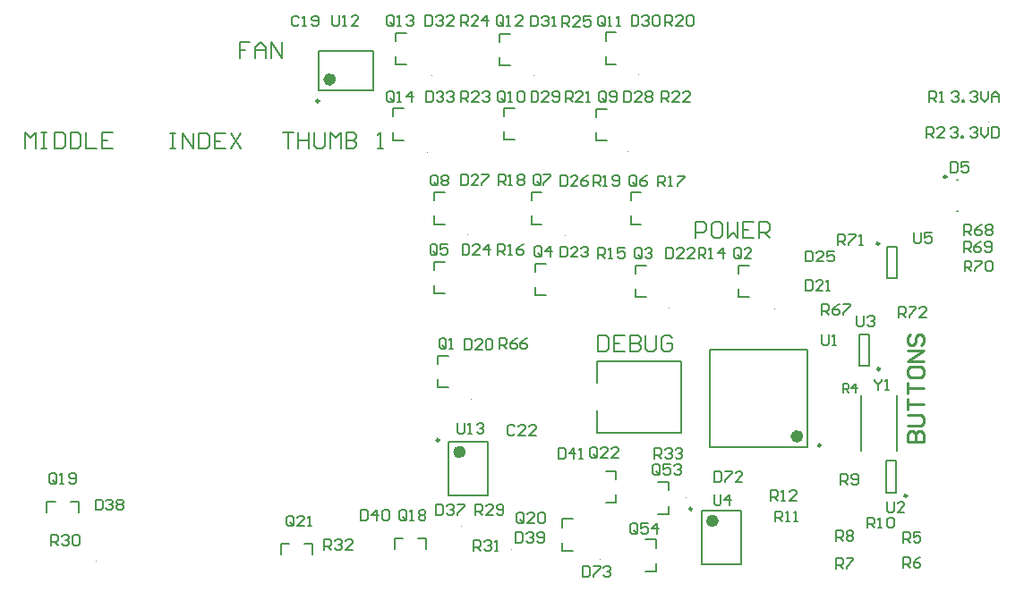
<source format=gbr>
G04 Layer_Color=65535*
%FSLAX44Y44*%
%MOMM*%
%TF.FileFunction,Legend,Top*%
%TF.Part,Single*%
G01*
G75*
%TA.AperFunction,NonConductor*%
%ADD46C,0.1000*%
%ADD47C,0.6000*%
%ADD48C,0.2500*%
%ADD49C,0.2000*%
%ADD50C,0.2540*%
D46*
X738250Y307250D02*
G03*
X738250Y307250I-500J0D01*
G01*
X785750Y285250D02*
G03*
X785750Y285250I-500J0D01*
G01*
X830750Y322000D02*
G03*
X830750Y322000I-500J0D01*
G01*
X642000Y264500D02*
G03*
X642000Y264500I-500J0D01*
G01*
X1035000Y513250D02*
G03*
X1035000Y513250I-500J0D01*
G01*
X748500Y427750D02*
G03*
X748500Y427750I-500J0D01*
G01*
X935000Y513500D02*
G03*
X935000Y513500I-500J0D01*
G01*
X839250Y514250D02*
G03*
X839250Y514250I-500J0D01*
G01*
X747000Y516750D02*
G03*
X747000Y516750I-500J0D01*
G01*
X1083250Y575250D02*
G03*
X1083250Y575250I-500J0D01*
G01*
X836500Y582250D02*
G03*
X836500Y582250I-500J0D01*
G01*
X744750Y583250D02*
G03*
X744750Y583250I-500J0D01*
G01*
X896000Y662000D02*
G03*
X896000Y662000I-500J0D01*
G01*
X809250Y662500D02*
G03*
X809250Y662500I-500J0D01*
G01*
X906750Y735000D02*
G03*
X906750Y735000I-500J0D01*
G01*
X807000Y733500D02*
G03*
X807000Y733500I-500J0D01*
G01*
X710500D02*
G03*
X710500Y733500I-500J0D01*
G01*
X706000Y661000D02*
G03*
X706000Y661000I-500J0D01*
G01*
X951000Y334250D02*
G03*
X951000Y334250I-500J0D01*
G01*
X1237121Y656379D02*
G03*
X1237121Y656379I-500J0D01*
G01*
X1237371Y690129D02*
G03*
X1237371Y690129I-500J0D01*
G01*
X869500Y275750D02*
G03*
X869500Y275750I-500J0D01*
G01*
X393000Y273750D02*
G03*
X393000Y273750I-500J0D01*
G01*
D47*
X616750Y730250D02*
G03*
X616750Y730250I-3000J0D01*
G01*
X1058750Y392250D02*
G03*
X1058750Y392250I-3000J0D01*
G01*
X978750Y312250D02*
G03*
X978750Y312250I-3000J0D01*
G01*
X739500Y377500D02*
G03*
X739500Y377500I-3000J0D01*
G01*
D48*
X603700Y709750D02*
G03*
X603700Y709750I-1250J0D01*
G01*
X1197250Y638000D02*
G03*
X1197250Y638000I-1250J0D01*
G01*
X1078250Y383750D02*
G03*
X1078250Y383750I-1250J0D01*
G01*
X956500Y323550D02*
G03*
X956500Y323550I-1250J0D01*
G01*
X1159750Y336000D02*
G03*
X1159750Y336000I-1250J0D01*
G01*
X1134250Y456000D02*
G03*
X1134250Y456000I-1250J0D01*
G01*
X1133500Y574750D02*
G03*
X1133500Y574750I-1250J0D01*
G01*
X717250Y388800D02*
G03*
X717250Y388800I-1250J0D01*
G01*
D49*
X567750Y280250D02*
Y290250D01*
X575500D01*
X597750Y280250D02*
Y290250D01*
X590000D02*
X597750D01*
X654750Y720250D02*
Y757250D01*
X603750Y720250D02*
Y757250D01*
X654750D01*
X603750Y720250D02*
X654750D01*
X716250Y438500D02*
X726250D01*
X716250D02*
Y446250D01*
Y468500D02*
X726250D01*
X716250Y460750D02*
Y468500D01*
X1000750Y546250D02*
Y554000D01*
X1010750D01*
X1000750Y524000D02*
Y531750D01*
Y524000D02*
X1010750D01*
X903000D02*
X913000D01*
X903000D02*
Y531750D01*
Y554000D02*
X913000D01*
X903000Y546250D02*
Y554000D01*
X808250Y548000D02*
Y555750D01*
X818250D01*
X808250Y525750D02*
Y533500D01*
Y525750D02*
X818250D01*
X712750Y527500D02*
X722750D01*
X712750D02*
Y535250D01*
Y557500D02*
X722750D01*
X712750Y549750D02*
Y557500D01*
X898500Y615500D02*
Y623250D01*
X908500D01*
X898500Y593250D02*
Y601000D01*
Y593250D02*
X908500D01*
X712750Y615500D02*
Y623250D01*
X722750D01*
X712750Y593250D02*
Y601000D01*
Y593250D02*
X722750D01*
X865750Y672250D02*
X875750D01*
X865750D02*
Y680000D01*
Y702250D02*
X875750D01*
X865750Y694500D02*
Y702250D01*
X778500Y695250D02*
Y703000D01*
X788500D01*
X778500Y673000D02*
Y680750D01*
Y673000D02*
X788500D01*
X874750Y744500D02*
X884750D01*
X874750D02*
Y752250D01*
Y774500D02*
X884750D01*
X874750Y766750D02*
Y774500D01*
X774750Y765750D02*
Y773500D01*
X784750D01*
X774750Y743500D02*
Y751250D01*
Y743500D02*
X784750D01*
X676500Y744250D02*
X686500D01*
X676500D02*
Y752000D01*
Y774250D02*
X686500D01*
X676500Y766500D02*
Y774250D01*
X673500Y695000D02*
Y702750D01*
X683500D01*
X673500Y672750D02*
Y680500D01*
Y672750D02*
X683500D01*
X697500Y295750D02*
X705250D01*
Y285750D02*
Y295750D01*
X675250D02*
X683000D01*
X675250Y285750D02*
Y295750D01*
X346250Y320250D02*
Y330250D01*
X354000D01*
X376250Y320250D02*
Y330250D01*
X368500D02*
X376250D01*
X833750Y306250D02*
Y314000D01*
X843750D01*
X833750Y284000D02*
Y291750D01*
Y284000D02*
X843750D01*
X924500Y348750D02*
X934500D01*
Y341000D02*
Y348750D01*
X924500Y318750D02*
X934500D01*
Y326500D01*
X922500Y264500D02*
Y272250D01*
X912500Y264500D02*
X922500D01*
Y286750D02*
Y294500D01*
X912500D02*
X922500D01*
X1207000Y605500D02*
X1208000D01*
X1207000Y635500D02*
X1208000D01*
X1065750Y382250D02*
Y474250D01*
X973750Y382250D02*
Y474250D01*
Y382250D02*
X1065750D01*
X973750Y474250D02*
X1065750D01*
X1116500Y378750D02*
Y430750D01*
X1150500Y378750D02*
Y430750D01*
X965750Y271250D02*
X1002750D01*
X965750Y322250D02*
X1002750D01*
Y271250D02*
Y322250D01*
X965750Y271250D02*
Y322250D01*
X1140500Y339000D02*
Y369000D01*
X1149500Y339000D02*
Y369000D01*
X1140500D02*
X1149500D01*
X1140500Y339000D02*
X1149500D01*
X1115000Y459000D02*
Y489000D01*
X1124000Y459000D02*
Y489000D01*
X1115000D02*
X1124000D01*
X1115000Y459000D02*
X1124000D01*
X866250Y395750D02*
X946250D01*
X866250Y463750D02*
X946250D01*
X866250Y442750D02*
Y463750D01*
Y395750D02*
Y416750D01*
X946250Y395750D02*
Y463750D01*
X1141250Y571750D02*
X1150250D01*
X1141250Y541750D02*
X1150250D01*
X1141250D02*
Y571750D01*
X1150250Y541750D02*
Y571750D01*
X884750Y329500D02*
Y337250D01*
X874750Y329500D02*
X884750D01*
Y351750D02*
Y359500D01*
X874750D02*
X884750D01*
X804500Y593250D02*
X814500D01*
X804500D02*
Y601000D01*
Y623250D02*
X814500D01*
X804500Y615500D02*
Y623250D01*
X726500Y336500D02*
X763500D01*
X726500Y387500D02*
X763500D01*
Y336500D02*
Y387500D01*
X726500Y336500D02*
Y387500D01*
X1214250Y548500D02*
Y558497D01*
X1219248D01*
X1220915Y556831D01*
Y553498D01*
X1219248Y551832D01*
X1214250D01*
X1217582D02*
X1220915Y548500D01*
X1224247Y558497D02*
X1230911D01*
Y556831D01*
X1224247Y550166D01*
Y548500D01*
X1234244Y556831D02*
X1235910Y558497D01*
X1239242D01*
X1240908Y556831D01*
Y550166D01*
X1239242Y548500D01*
X1235910D01*
X1234244Y550166D01*
Y556831D01*
X1213500Y566750D02*
Y576747D01*
X1218498D01*
X1220164Y575081D01*
Y571748D01*
X1218498Y570082D01*
X1213500D01*
X1216832D02*
X1220164Y566750D01*
X1230161Y576747D02*
X1226829Y575081D01*
X1223497Y571748D01*
Y568416D01*
X1225163Y566750D01*
X1228495D01*
X1230161Y568416D01*
Y570082D01*
X1228495Y571748D01*
X1223497D01*
X1233494Y568416D02*
X1235160Y566750D01*
X1238492D01*
X1240158Y568416D01*
Y575081D01*
X1238492Y576747D01*
X1235160D01*
X1233494Y575081D01*
Y573414D01*
X1235160Y571748D01*
X1240158D01*
X1214000Y582750D02*
Y592747D01*
X1218998D01*
X1220665Y591081D01*
Y587748D01*
X1218998Y586082D01*
X1214000D01*
X1217332D02*
X1220665Y582750D01*
X1230661Y592747D02*
X1227329Y591081D01*
X1223997Y587748D01*
Y584416D01*
X1225663Y582750D01*
X1228995D01*
X1230661Y584416D01*
Y586082D01*
X1228995Y587748D01*
X1223997D01*
X1233994Y591081D02*
X1235660Y592747D01*
X1238992D01*
X1240658Y591081D01*
Y589414D01*
X1238992Y587748D01*
X1240658Y586082D01*
Y584416D01*
X1238992Y582750D01*
X1235660D01*
X1233994Y584416D01*
Y586082D01*
X1235660Y587748D01*
X1233994Y589414D01*
Y591081D01*
X1235660Y587748D02*
X1238992D01*
X569250Y679995D02*
X579247D01*
X574248D01*
Y665000D01*
X584245Y679995D02*
Y665000D01*
Y672498D01*
X594242D01*
Y679995D01*
Y665000D01*
X599240Y679995D02*
Y667499D01*
X601740Y665000D01*
X606738D01*
X609237Y667499D01*
Y679995D01*
X614235Y665000D02*
Y679995D01*
X619234Y674997D01*
X624232Y679995D01*
Y665000D01*
X629231Y679995D02*
Y665000D01*
X636728D01*
X639227Y667499D01*
Y669998D01*
X636728Y672498D01*
X629231D01*
X636728D01*
X639227Y674997D01*
Y677496D01*
X636728Y679995D01*
X629231D01*
X659221Y665000D02*
X664219D01*
X661720D01*
Y679995D01*
X659221Y677496D01*
X462500Y679495D02*
X467498D01*
X464999D01*
Y664500D01*
X462500D01*
X467498D01*
X474996D02*
Y679495D01*
X484993Y664500D01*
Y679495D01*
X489991D02*
Y664500D01*
X497489D01*
X499988Y666999D01*
Y676996D01*
X497489Y679495D01*
X489991D01*
X514983D02*
X504986D01*
Y664500D01*
X514983D01*
X504986Y671998D02*
X509985D01*
X519981Y679495D02*
X529978Y664500D01*
Y679495D02*
X519981Y664500D01*
X616000Y790747D02*
Y782416D01*
X617666Y780750D01*
X620998D01*
X622664Y782416D01*
Y790747D01*
X625997Y780750D02*
X629329D01*
X627663D01*
Y790747D01*
X625997Y789081D01*
X640992Y780750D02*
X634327D01*
X640992Y787414D01*
Y789081D01*
X639326Y790747D01*
X635993D01*
X634327Y789081D01*
X538497Y765245D02*
X528500D01*
Y757747D01*
X533498D01*
X528500D01*
Y750250D01*
X543495D02*
Y760247D01*
X548493Y765245D01*
X553492Y760247D01*
Y750250D01*
Y757747D01*
X543495D01*
X558490Y750250D02*
Y765245D01*
X568487Y750250D01*
Y765245D01*
X1079250Y507750D02*
Y517747D01*
X1084248D01*
X1085915Y516081D01*
Y512748D01*
X1084248Y511082D01*
X1079250D01*
X1082582D02*
X1085915Y507750D01*
X1095911Y517747D02*
X1092579Y516081D01*
X1089247Y512748D01*
Y509416D01*
X1090913Y507750D01*
X1094245D01*
X1095911Y509416D01*
Y511082D01*
X1094245Y512748D01*
X1089247D01*
X1099243Y517747D02*
X1105908D01*
Y516081D01*
X1099243Y509416D01*
Y507750D01*
X774250Y475000D02*
Y484997D01*
X779248D01*
X780915Y483331D01*
Y479998D01*
X779248Y478332D01*
X774250D01*
X777582D02*
X780915Y475000D01*
X790911Y484997D02*
X787579Y483331D01*
X784247Y479998D01*
Y476666D01*
X785913Y475000D01*
X789245D01*
X790911Y476666D01*
Y478332D01*
X789245Y479998D01*
X784247D01*
X800908Y484997D02*
X797576Y483331D01*
X794243Y479998D01*
Y476666D01*
X795910Y475000D01*
X799242D01*
X800908Y476666D01*
Y478332D01*
X799242Y479998D01*
X794243D01*
X749750Y284000D02*
Y293997D01*
X754748D01*
X756414Y292331D01*
Y288998D01*
X754748Y287332D01*
X749750D01*
X753082D02*
X756414Y284000D01*
X759747Y292331D02*
X761413Y293997D01*
X764745D01*
X766411Y292331D01*
Y290665D01*
X764745Y288998D01*
X763079D01*
X764745D01*
X766411Y287332D01*
Y285666D01*
X764745Y284000D01*
X761413D01*
X759747Y285666D01*
X769744Y284000D02*
X773076D01*
X771410D01*
Y293997D01*
X769744Y292331D01*
X751500Y317750D02*
Y327747D01*
X756498D01*
X758165Y326081D01*
Y322748D01*
X756498Y321082D01*
X751500D01*
X754832D02*
X758165Y317750D01*
X768161D02*
X761497D01*
X768161Y324414D01*
Y326081D01*
X766495Y327747D01*
X763163D01*
X761497Y326081D01*
X771494Y319416D02*
X773160Y317750D01*
X776492D01*
X778158Y319416D01*
Y326081D01*
X776492Y327747D01*
X773160D01*
X771494Y326081D01*
Y324414D01*
X773160Y322748D01*
X778158D01*
X833750Y780250D02*
Y790247D01*
X838748D01*
X840415Y788581D01*
Y785248D01*
X838748Y783582D01*
X833750D01*
X837082D02*
X840415Y780250D01*
X850411D02*
X843747D01*
X850411Y786915D01*
Y788581D01*
X848745Y790247D01*
X845413D01*
X843747Y788581D01*
X860408Y790247D02*
X853744D01*
Y785248D01*
X857076Y786915D01*
X858742D01*
X860408Y785248D01*
Y781916D01*
X858742Y780250D01*
X855410D01*
X853744Y781916D01*
X737750Y781000D02*
Y790997D01*
X742748D01*
X744415Y789331D01*
Y785998D01*
X742748Y784332D01*
X737750D01*
X741082D02*
X744415Y781000D01*
X754411D02*
X747747D01*
X754411Y787664D01*
Y789331D01*
X752745Y790997D01*
X749413D01*
X747747Y789331D01*
X762742Y781000D02*
Y790997D01*
X757744Y785998D01*
X764408D01*
X836750Y708750D02*
Y718747D01*
X841748D01*
X843415Y717081D01*
Y713748D01*
X841748Y712082D01*
X836750D01*
X840082D02*
X843415Y708750D01*
X853411D02*
X846747D01*
X853411Y715415D01*
Y717081D01*
X851745Y718747D01*
X848413D01*
X846747Y717081D01*
X856743Y708750D02*
X860076D01*
X858410D01*
Y718747D01*
X856743Y717081D01*
X931250Y781250D02*
Y791247D01*
X936248D01*
X937915Y789581D01*
Y786248D01*
X936248Y784582D01*
X931250D01*
X934582D02*
X937915Y781250D01*
X947911D02*
X941247D01*
X947911Y787915D01*
Y789581D01*
X946245Y791247D01*
X942913D01*
X941247Y789581D01*
X951244D02*
X952910Y791247D01*
X956242D01*
X957908Y789581D01*
Y782916D01*
X956242Y781250D01*
X952910D01*
X951244Y782916D01*
Y789581D01*
X863000Y629500D02*
Y639497D01*
X867998D01*
X869665Y637831D01*
Y634498D01*
X867998Y632832D01*
X863000D01*
X866332D02*
X869665Y629500D01*
X872997D02*
X876329D01*
X874663D01*
Y639497D01*
X872997Y637831D01*
X881327Y631166D02*
X882993Y629500D01*
X886326D01*
X887992Y631166D01*
Y637831D01*
X886326Y639497D01*
X882993D01*
X881327Y637831D01*
Y636165D01*
X882993Y634498D01*
X887992D01*
X773250Y630000D02*
Y639997D01*
X778248D01*
X779914Y638331D01*
Y634998D01*
X778248Y633332D01*
X773250D01*
X776582D02*
X779914Y630000D01*
X783247D02*
X786579D01*
X784913D01*
Y639997D01*
X783247Y638331D01*
X791577D02*
X793243Y639997D01*
X796576D01*
X798242Y638331D01*
Y636665D01*
X796576Y634998D01*
X798242Y633332D01*
Y631666D01*
X796576Y630000D01*
X793243D01*
X791577Y631666D01*
Y633332D01*
X793243Y634998D01*
X791577Y636665D01*
Y638331D01*
X793243Y634998D02*
X796576D01*
X924500Y629000D02*
Y638997D01*
X929498D01*
X931164Y637331D01*
Y633998D01*
X929498Y632332D01*
X924500D01*
X927832D02*
X931164Y629000D01*
X934497D02*
X937829D01*
X936163D01*
Y638997D01*
X934497Y637331D01*
X942827Y638997D02*
X949492D01*
Y637331D01*
X942827Y630666D01*
Y629000D01*
X772500Y564000D02*
Y573997D01*
X777498D01*
X779165Y572331D01*
Y568998D01*
X777498Y567332D01*
X772500D01*
X775832D02*
X779165Y564000D01*
X782497D02*
X785829D01*
X784163D01*
Y573997D01*
X782497Y572331D01*
X797492Y573997D02*
X794160Y572331D01*
X790827Y568998D01*
Y565666D01*
X792494Y564000D01*
X795826D01*
X797492Y565666D01*
Y567332D01*
X795826Y568998D01*
X790827D01*
X962750Y560500D02*
Y570497D01*
X967748D01*
X969415Y568831D01*
Y565498D01*
X967748Y563832D01*
X962750D01*
X966082D02*
X969415Y560500D01*
X972747D02*
X976079D01*
X974413D01*
Y570497D01*
X972747Y568831D01*
X986076Y560500D02*
Y570497D01*
X981077Y565498D01*
X987742D01*
X904914Y301666D02*
Y308331D01*
X903248Y309997D01*
X899916D01*
X898250Y308331D01*
Y301666D01*
X899916Y300000D01*
X903248D01*
X901582Y303332D02*
X904914Y300000D01*
X903248D02*
X904914Y301666D01*
X914911Y309997D02*
X908247D01*
Y304998D01*
X911579Y306665D01*
X913245D01*
X914911Y304998D01*
Y301666D01*
X913245Y300000D01*
X909913D01*
X908247Y301666D01*
X923242Y300000D02*
Y309997D01*
X918244Y304998D01*
X924908D01*
X925915Y357416D02*
Y364081D01*
X924248Y365747D01*
X920916D01*
X919250Y364081D01*
Y357416D01*
X920916Y355750D01*
X924248D01*
X922582Y359082D02*
X925915Y355750D01*
X924248D02*
X925915Y357416D01*
X935911Y365747D02*
X929247D01*
Y360748D01*
X932579Y362415D01*
X934245D01*
X935911Y360748D01*
Y357416D01*
X934245Y355750D01*
X930913D01*
X929247Y357416D01*
X939243Y364081D02*
X940910Y365747D01*
X944242D01*
X945908Y364081D01*
Y362415D01*
X944242Y360748D01*
X942576D01*
X944242D01*
X945908Y359082D01*
Y357416D01*
X944242Y355750D01*
X940910D01*
X939243Y357416D01*
X579664Y308916D02*
Y315581D01*
X577998Y317247D01*
X574666D01*
X573000Y315581D01*
Y308916D01*
X574666Y307250D01*
X577998D01*
X576332Y310582D02*
X579664Y307250D01*
X577998D02*
X579664Y308916D01*
X589661Y307250D02*
X582997D01*
X589661Y313915D01*
Y315581D01*
X587995Y317247D01*
X584663D01*
X582997Y315581D01*
X592994Y307250D02*
X596326D01*
X594660D01*
Y317247D01*
X592994Y315581D01*
X853000Y269247D02*
Y259250D01*
X857998D01*
X859665Y260916D01*
Y267581D01*
X857998Y269247D01*
X853000D01*
X862997D02*
X869661D01*
Y267581D01*
X862997Y260916D01*
Y259250D01*
X872994Y267581D02*
X874660Y269247D01*
X877992D01*
X879658Y267581D01*
Y265914D01*
X877992Y264248D01*
X876326D01*
X877992D01*
X879658Y262582D01*
Y260916D01*
X877992Y259250D01*
X874660D01*
X872994Y260916D01*
X977500Y358997D02*
Y349000D01*
X982498D01*
X984165Y350666D01*
Y357331D01*
X982498Y358997D01*
X977500D01*
X987497D02*
X994161D01*
Y357331D01*
X987497Y350666D01*
Y349000D01*
X1004158D02*
X997494D01*
X1004158Y355664D01*
Y357331D01*
X1002492Y358997D01*
X999160D01*
X997494Y357331D01*
X714500Y327497D02*
Y317500D01*
X719498D01*
X721164Y319166D01*
Y325831D01*
X719498Y327497D01*
X714500D01*
X724497Y325831D02*
X726163Y327497D01*
X729495D01*
X731161Y325831D01*
Y324165D01*
X729495Y322498D01*
X727829D01*
X729495D01*
X731161Y320832D01*
Y319166D01*
X729495Y317500D01*
X726163D01*
X724497Y319166D01*
X734494Y327497D02*
X741158D01*
Y325831D01*
X734494Y319166D01*
Y317500D01*
X704750Y718747D02*
Y708750D01*
X709748D01*
X711414Y710416D01*
Y717081D01*
X709748Y718747D01*
X704750D01*
X714747Y717081D02*
X716413Y718747D01*
X719745D01*
X721411Y717081D01*
Y715415D01*
X719745Y713748D01*
X718079D01*
X719745D01*
X721411Y712082D01*
Y710416D01*
X719745Y708750D01*
X716413D01*
X714747Y710416D01*
X724744Y717081D02*
X726410Y718747D01*
X729742D01*
X731408Y717081D01*
Y715415D01*
X729742Y713748D01*
X728076D01*
X729742D01*
X731408Y712082D01*
Y710416D01*
X729742Y708750D01*
X726410D01*
X724744Y710416D01*
X704500Y791247D02*
Y781250D01*
X709498D01*
X711164Y782916D01*
Y789581D01*
X709498Y791247D01*
X704500D01*
X714497Y789581D02*
X716163Y791247D01*
X719495D01*
X721161Y789581D01*
Y787915D01*
X719495Y786248D01*
X717829D01*
X719495D01*
X721161Y784582D01*
Y782916D01*
X719495Y781250D01*
X716163D01*
X714497Y782916D01*
X731158Y781250D02*
X724493D01*
X731158Y787915D01*
Y789581D01*
X729492Y791247D01*
X726160D01*
X724493Y789581D01*
X804250Y790497D02*
Y780500D01*
X809248D01*
X810915Y782166D01*
Y788831D01*
X809248Y790497D01*
X804250D01*
X814247Y788831D02*
X815913Y790497D01*
X819245D01*
X820911Y788831D01*
Y787165D01*
X819245Y785498D01*
X817579D01*
X819245D01*
X820911Y783832D01*
Y782166D01*
X819245Y780500D01*
X815913D01*
X814247Y782166D01*
X824244Y780500D02*
X827576D01*
X825910D01*
Y790497D01*
X824244Y788831D01*
X899250Y790747D02*
Y780750D01*
X904248D01*
X905915Y782416D01*
Y789081D01*
X904248Y790747D01*
X899250D01*
X909247Y789081D02*
X910913Y790747D01*
X914245D01*
X915911Y789081D01*
Y787414D01*
X914245Y785748D01*
X912579D01*
X914245D01*
X915911Y784082D01*
Y782416D01*
X914245Y780750D01*
X910913D01*
X909247Y782416D01*
X919244Y789081D02*
X920910Y790747D01*
X924242D01*
X925908Y789081D01*
Y782416D01*
X924242Y780750D01*
X920910D01*
X919244Y782416D01*
Y789081D01*
X804500Y718747D02*
Y708750D01*
X809498D01*
X811164Y710416D01*
Y717081D01*
X809498Y718747D01*
X804500D01*
X821161Y708750D02*
X814497D01*
X821161Y715415D01*
Y717081D01*
X819495Y718747D01*
X816163D01*
X814497Y717081D01*
X824494Y710416D02*
X826160Y708750D01*
X829492D01*
X831158Y710416D01*
Y717081D01*
X829492Y718747D01*
X826160D01*
X824494Y717081D01*
Y715415D01*
X826160Y713748D01*
X831158D01*
X892250Y718997D02*
Y709000D01*
X897248D01*
X898914Y710666D01*
Y717331D01*
X897248Y718997D01*
X892250D01*
X908911Y709000D02*
X902247D01*
X908911Y715665D01*
Y717331D01*
X907245Y718997D01*
X903913D01*
X902247Y717331D01*
X912244D02*
X913910Y718997D01*
X917242D01*
X918908Y717331D01*
Y715665D01*
X917242Y713998D01*
X918908Y712332D01*
Y710666D01*
X917242Y709000D01*
X913910D01*
X912244Y710666D01*
Y712332D01*
X913910Y713998D01*
X912244Y715665D01*
Y717331D01*
X913910Y713998D02*
X917242D01*
X737750Y639997D02*
Y630000D01*
X742748D01*
X744415Y631666D01*
Y638331D01*
X742748Y639997D01*
X737750D01*
X754411Y630000D02*
X747747D01*
X754411Y636665D01*
Y638331D01*
X752745Y639997D01*
X749413D01*
X747747Y638331D01*
X757744Y639997D02*
X764408D01*
Y638331D01*
X757744Y631666D01*
Y630000D01*
X831750Y639497D02*
Y629500D01*
X836748D01*
X838415Y631166D01*
Y637831D01*
X836748Y639497D01*
X831750D01*
X848411Y629500D02*
X841747D01*
X848411Y636165D01*
Y637831D01*
X846745Y639497D01*
X843413D01*
X841747Y637831D01*
X858408Y639497D02*
X855076Y637831D01*
X851744Y634498D01*
Y631166D01*
X853410Y629500D01*
X856742D01*
X858408Y631166D01*
Y632832D01*
X856742Y634498D01*
X851744D01*
X1064000Y567747D02*
Y557750D01*
X1068998D01*
X1070665Y559416D01*
Y566081D01*
X1068998Y567747D01*
X1064000D01*
X1080661Y557750D02*
X1073997D01*
X1080661Y564414D01*
Y566081D01*
X1078995Y567747D01*
X1075663D01*
X1073997Y566081D01*
X1090658Y567747D02*
X1083994D01*
Y562748D01*
X1087326Y564414D01*
X1088992D01*
X1090658Y562748D01*
Y559416D01*
X1088992Y557750D01*
X1085660D01*
X1083994Y559416D01*
X739250Y574247D02*
Y564250D01*
X744248D01*
X745915Y565916D01*
Y572581D01*
X744248Y574247D01*
X739250D01*
X755911Y564250D02*
X749247D01*
X755911Y570914D01*
Y572581D01*
X754245Y574247D01*
X750913D01*
X749247Y572581D01*
X764242Y564250D02*
Y574247D01*
X759244Y569248D01*
X765908D01*
X831750Y571997D02*
Y562000D01*
X836748D01*
X838415Y563666D01*
Y570331D01*
X836748Y571997D01*
X831750D01*
X848411Y562000D02*
X841747D01*
X848411Y568665D01*
Y570331D01*
X846745Y571997D01*
X843413D01*
X841747Y570331D01*
X851744D02*
X853410Y571997D01*
X856742D01*
X858408Y570331D01*
Y568665D01*
X856742Y566998D01*
X855076D01*
X856742D01*
X858408Y565332D01*
Y563666D01*
X856742Y562000D01*
X853410D01*
X851744Y563666D01*
X932250Y570497D02*
Y560500D01*
X937248D01*
X938914Y562166D01*
Y568831D01*
X937248Y570497D01*
X932250D01*
X948911Y560500D02*
X942247D01*
X948911Y567164D01*
Y568831D01*
X947245Y570497D01*
X943913D01*
X942247Y568831D01*
X958908Y560500D02*
X952244D01*
X958908Y567164D01*
Y568831D01*
X957242Y570497D01*
X953910D01*
X952244Y568831D01*
X1063750Y540497D02*
Y530500D01*
X1068748D01*
X1070415Y532166D01*
Y538831D01*
X1068748Y540497D01*
X1063750D01*
X1080411Y530500D02*
X1073747D01*
X1080411Y537164D01*
Y538831D01*
X1078745Y540497D01*
X1075413D01*
X1073747Y538831D01*
X1083744Y530500D02*
X1087076D01*
X1085410D01*
Y540497D01*
X1083744Y538831D01*
X741250Y484747D02*
Y474750D01*
X746248D01*
X747915Y476416D01*
Y483081D01*
X746248Y484747D01*
X741250D01*
X757911Y474750D02*
X751247D01*
X757911Y481414D01*
Y483081D01*
X756245Y484747D01*
X752913D01*
X751247Y483081D01*
X761244D02*
X762910Y484747D01*
X766242D01*
X767908Y483081D01*
Y476416D01*
X766242Y474750D01*
X762910D01*
X761244Y476416D01*
Y483081D01*
X1129500Y446247D02*
Y444581D01*
X1132832Y441248D01*
X1136164Y444581D01*
Y446247D01*
X1132832Y441248D02*
Y436250D01*
X1139497D02*
X1142829D01*
X1141163D01*
Y446247D01*
X1139497Y444581D01*
X734500Y404497D02*
Y396166D01*
X736166Y394500D01*
X739498D01*
X741164Y396166D01*
Y404497D01*
X744497Y394500D02*
X747829D01*
X746163D01*
Y404497D01*
X744497Y402831D01*
X752827D02*
X754494Y404497D01*
X757826D01*
X759492Y402831D01*
Y401165D01*
X757826Y399498D01*
X756160D01*
X757826D01*
X759492Y397832D01*
Y396166D01*
X757826Y394500D01*
X754494D01*
X752827Y396166D01*
X977250Y337247D02*
Y328916D01*
X978916Y327250D01*
X982248D01*
X983914Y328916D01*
Y337247D01*
X992245Y327250D02*
Y337247D01*
X987247Y332248D01*
X993911D01*
X1112250Y506497D02*
Y498166D01*
X1113916Y496500D01*
X1117248D01*
X1118914Y498166D01*
Y506497D01*
X1122247Y504831D02*
X1123913Y506497D01*
X1127245D01*
X1128911Y504831D01*
Y503164D01*
X1127245Y501498D01*
X1125579D01*
X1127245D01*
X1128911Y499832D01*
Y498166D01*
X1127245Y496500D01*
X1123913D01*
X1122247Y498166D01*
X1140750Y330497D02*
Y322166D01*
X1142416Y320500D01*
X1145748D01*
X1147414Y322166D01*
Y330497D01*
X1157411Y320500D02*
X1150747D01*
X1157411Y327164D01*
Y328831D01*
X1155745Y330497D01*
X1152413D01*
X1150747Y328831D01*
X1079250Y488497D02*
Y480166D01*
X1080916Y478500D01*
X1084248D01*
X1085915Y480166D01*
Y488497D01*
X1089247Y478500D02*
X1092579D01*
X1090913D01*
Y488497D01*
X1089247Y486831D01*
X738000Y708750D02*
Y718747D01*
X742998D01*
X744665Y717081D01*
Y713748D01*
X742998Y712082D01*
X738000D01*
X741332D02*
X744665Y708750D01*
X754661D02*
X747997D01*
X754661Y715415D01*
Y717081D01*
X752995Y718747D01*
X749663D01*
X747997Y717081D01*
X757994D02*
X759660Y718747D01*
X762992D01*
X764658Y717081D01*
Y715415D01*
X762992Y713748D01*
X761326D01*
X762992D01*
X764658Y712082D01*
Y710416D01*
X762992Y708750D01*
X759660D01*
X757994Y710416D01*
X927750Y708750D02*
Y718747D01*
X932748D01*
X934415Y717081D01*
Y713748D01*
X932748Y712082D01*
X927750D01*
X931082D02*
X934415Y708750D01*
X944411D02*
X937747D01*
X944411Y715415D01*
Y717081D01*
X942745Y718747D01*
X939413D01*
X937747Y717081D01*
X954408Y708750D02*
X947744D01*
X954408Y715415D01*
Y717081D01*
X952742Y718747D01*
X949410D01*
X947744Y717081D01*
X920750Y371000D02*
Y380997D01*
X925748D01*
X927414Y379331D01*
Y375998D01*
X925748Y374332D01*
X920750D01*
X924082D02*
X927414Y371000D01*
X930747Y379331D02*
X932413Y380997D01*
X935745D01*
X937411Y379331D01*
Y377664D01*
X935745Y375998D01*
X934079D01*
X935745D01*
X937411Y374332D01*
Y372666D01*
X935745Y371000D01*
X932413D01*
X930747Y372666D01*
X940744Y379331D02*
X942410Y380997D01*
X945742D01*
X947408Y379331D01*
Y377664D01*
X945742Y375998D01*
X944076D01*
X945742D01*
X947408Y374332D01*
Y372666D01*
X945742Y371000D01*
X942410D01*
X940744Y372666D01*
X608500Y284500D02*
Y294497D01*
X613498D01*
X615164Y292831D01*
Y289498D01*
X613498Y287832D01*
X608500D01*
X611832D02*
X615164Y284500D01*
X618497Y292831D02*
X620163Y294497D01*
X623495D01*
X625161Y292831D01*
Y291164D01*
X623495Y289498D01*
X621829D01*
X623495D01*
X625161Y287832D01*
Y286166D01*
X623495Y284500D01*
X620163D01*
X618497Y286166D01*
X635158Y284500D02*
X628494D01*
X635158Y291164D01*
Y292831D01*
X633492Y294497D01*
X630160D01*
X628494Y292831D01*
X867500Y560500D02*
Y570497D01*
X872498D01*
X874165Y568831D01*
Y565498D01*
X872498Y563832D01*
X867500D01*
X870832D02*
X874165Y560500D01*
X877497D02*
X880829D01*
X879163D01*
Y570497D01*
X877497Y568831D01*
X892492Y570497D02*
X885827D01*
Y565498D01*
X889160Y567164D01*
X890826D01*
X892492Y565498D01*
Y562166D01*
X890826Y560500D01*
X887494D01*
X885827Y562166D01*
X350250Y289250D02*
Y299247D01*
X355248D01*
X356914Y297581D01*
Y294248D01*
X355248Y292582D01*
X350250D01*
X353582D02*
X356914Y289250D01*
X360247Y297581D02*
X361913Y299247D01*
X365245D01*
X366911Y297581D01*
Y295914D01*
X365245Y294248D01*
X363579D01*
X365245D01*
X366911Y292582D01*
Y290916D01*
X365245Y289250D01*
X361913D01*
X360247Y290916D01*
X370244Y297581D02*
X371910Y299247D01*
X375242D01*
X376908Y297581D01*
Y290916D01*
X375242Y289250D01*
X371910D01*
X370244Y290916D01*
Y297581D01*
X1030750Y331250D02*
Y341247D01*
X1035748D01*
X1037414Y339581D01*
Y336248D01*
X1035748Y334582D01*
X1030750D01*
X1034082D02*
X1037414Y331250D01*
X1040747D02*
X1044079D01*
X1042413D01*
Y341247D01*
X1040747Y339581D01*
X1055742Y331250D02*
X1049077D01*
X1055742Y337915D01*
Y339581D01*
X1054076Y341247D01*
X1050743D01*
X1049077Y339581D01*
X1035000Y311500D02*
Y321497D01*
X1039998D01*
X1041665Y319831D01*
Y316498D01*
X1039998Y314832D01*
X1035000D01*
X1038332D02*
X1041665Y311500D01*
X1044997D02*
X1048329D01*
X1046663D01*
Y321497D01*
X1044997Y319831D01*
X1053327Y311500D02*
X1056660D01*
X1054994D01*
Y321497D01*
X1053327Y319831D01*
X1099500Y434000D02*
Y441997D01*
X1103499D01*
X1104832Y440664D01*
Y437999D01*
X1103499Y436666D01*
X1099500D01*
X1102166D02*
X1104832Y434000D01*
X1111496D02*
Y441997D01*
X1107497Y437999D01*
X1112829D01*
X1178500Y675000D02*
Y684997D01*
X1183498D01*
X1185164Y683331D01*
Y679998D01*
X1183498Y678332D01*
X1178500D01*
X1181832D02*
X1185164Y675000D01*
X1195161D02*
X1188497D01*
X1195161Y681665D01*
Y683331D01*
X1193495Y684997D01*
X1190163D01*
X1188497Y683331D01*
X1180750Y709000D02*
Y718997D01*
X1185748D01*
X1187414Y717331D01*
Y713998D01*
X1185748Y712332D01*
X1180750D01*
X1184082D02*
X1187414Y709000D01*
X1190747D02*
X1194079D01*
X1192413D01*
Y718997D01*
X1190747Y717331D01*
X797165Y312166D02*
Y318831D01*
X795498Y320497D01*
X792166D01*
X790500Y318831D01*
Y312166D01*
X792166Y310500D01*
X795498D01*
X793832Y313832D02*
X797165Y310500D01*
X795498D02*
X797165Y312166D01*
X807161Y310500D02*
X800497D01*
X807161Y317164D01*
Y318831D01*
X805495Y320497D01*
X802163D01*
X800497Y318831D01*
X810494D02*
X812160Y320497D01*
X815492D01*
X817158Y318831D01*
Y312166D01*
X815492Y310500D01*
X812160D01*
X810494Y312166D01*
Y318831D01*
X355415Y348916D02*
Y355581D01*
X353748Y357247D01*
X350416D01*
X348750Y355581D01*
Y348916D01*
X350416Y347250D01*
X353748D01*
X352082Y350582D02*
X355415Y347250D01*
X353748D02*
X355415Y348916D01*
X358747Y347250D02*
X362079D01*
X360413D01*
Y357247D01*
X358747Y355581D01*
X367077Y348916D02*
X368744Y347250D01*
X372076D01*
X373742Y348916D01*
Y355581D01*
X372076Y357247D01*
X368744D01*
X367077Y355581D01*
Y353914D01*
X368744Y352248D01*
X373742D01*
X686164Y314416D02*
Y321081D01*
X684498Y322747D01*
X681166D01*
X679500Y321081D01*
Y314416D01*
X681166Y312750D01*
X684498D01*
X682832Y316082D02*
X686164Y312750D01*
X684498D02*
X686164Y314416D01*
X689497Y312750D02*
X692829D01*
X691163D01*
Y322747D01*
X689497Y321081D01*
X697827D02*
X699494Y322747D01*
X702826D01*
X704492Y321081D01*
Y319415D01*
X702826Y317748D01*
X704492Y316082D01*
Y314416D01*
X702826Y312750D01*
X699494D01*
X697827Y314416D01*
Y316082D01*
X699494Y317748D01*
X697827Y319415D01*
Y321081D01*
X699494Y317748D02*
X702826D01*
X674415Y710916D02*
Y717581D01*
X672748Y719247D01*
X669416D01*
X667750Y717581D01*
Y710916D01*
X669416Y709250D01*
X672748D01*
X671082Y712582D02*
X674415Y709250D01*
X672748D02*
X674415Y710916D01*
X677747Y709250D02*
X681079D01*
X679413D01*
Y719247D01*
X677747Y717581D01*
X691076Y709250D02*
Y719247D01*
X686077Y714248D01*
X692742D01*
X674665Y782416D02*
Y789081D01*
X672998Y790747D01*
X669666D01*
X668000Y789081D01*
Y782416D01*
X669666Y780750D01*
X672998D01*
X671332Y784082D02*
X674665Y780750D01*
X672998D02*
X674665Y782416D01*
X677997Y780750D02*
X681329D01*
X679663D01*
Y790747D01*
X677997Y789081D01*
X686327D02*
X687994Y790747D01*
X691326D01*
X692992Y789081D01*
Y787414D01*
X691326Y785748D01*
X689660D01*
X691326D01*
X692992Y784082D01*
Y782416D01*
X691326Y780750D01*
X687994D01*
X686327Y782416D01*
X778165D02*
Y789081D01*
X776498Y790747D01*
X773166D01*
X771500Y789081D01*
Y782416D01*
X773166Y780750D01*
X776498D01*
X774832Y784082D02*
X778165Y780750D01*
X776498D02*
X778165Y782416D01*
X781497Y780750D02*
X784829D01*
X783163D01*
Y790747D01*
X781497Y789081D01*
X796492Y780750D02*
X789827D01*
X796492Y787414D01*
Y789081D01*
X794826Y790747D01*
X791494D01*
X789827Y789081D01*
X873914Y782166D02*
Y788831D01*
X872248Y790497D01*
X868916D01*
X867250Y788831D01*
Y782166D01*
X868916Y780500D01*
X872248D01*
X870582Y783832D02*
X873914Y780500D01*
X872248D02*
X873914Y782166D01*
X877247Y780500D02*
X880579D01*
X878913D01*
Y790497D01*
X877247Y788831D01*
X885577Y780500D02*
X888910D01*
X887244D01*
Y790497D01*
X885577Y788831D01*
X779665Y710916D02*
Y717581D01*
X777998Y719247D01*
X774666D01*
X773000Y717581D01*
Y710916D01*
X774666Y709250D01*
X777998D01*
X776332Y712582D02*
X779665Y709250D01*
X777998D02*
X779665Y710916D01*
X782997Y709250D02*
X786329D01*
X784663D01*
Y719247D01*
X782997Y717581D01*
X791327D02*
X792994Y719247D01*
X796326D01*
X797992Y717581D01*
Y710916D01*
X796326Y709250D01*
X792994D01*
X791327Y710916D01*
Y717581D01*
X874914Y710666D02*
Y717331D01*
X873248Y718997D01*
X869916D01*
X868250Y717331D01*
Y710666D01*
X869916Y709000D01*
X873248D01*
X871582Y712332D02*
X874914Y709000D01*
X873248D02*
X874914Y710666D01*
X878247D02*
X879913Y709000D01*
X883245D01*
X884911Y710666D01*
Y717331D01*
X883245Y718997D01*
X879913D01*
X878247Y717331D01*
Y715665D01*
X879913Y713998D01*
X884911D01*
X715915Y631416D02*
Y638081D01*
X714248Y639747D01*
X710916D01*
X709250Y638081D01*
Y631416D01*
X710916Y629750D01*
X714248D01*
X712582Y633082D02*
X715915Y629750D01*
X714248D02*
X715915Y631416D01*
X719247Y638081D02*
X720913Y639747D01*
X724245D01*
X725911Y638081D01*
Y636414D01*
X724245Y634748D01*
X725911Y633082D01*
Y631416D01*
X724245Y629750D01*
X720913D01*
X719247Y631416D01*
Y633082D01*
X720913Y634748D01*
X719247Y636414D01*
Y638081D01*
X720913Y634748D02*
X724245D01*
X903914Y630916D02*
Y637581D01*
X902248Y639247D01*
X898916D01*
X897250Y637581D01*
Y630916D01*
X898916Y629250D01*
X902248D01*
X900582Y632582D02*
X903914Y629250D01*
X902248D02*
X903914Y630916D01*
X913911Y639247D02*
X910579Y637581D01*
X907247Y634248D01*
Y630916D01*
X908913Y629250D01*
X912245D01*
X913911Y630916D01*
Y632582D01*
X912245Y634248D01*
X907247D01*
X715415Y565666D02*
Y572331D01*
X713748Y573997D01*
X710416D01*
X708750Y572331D01*
Y565666D01*
X710416Y564000D01*
X713748D01*
X712082Y567332D02*
X715415Y564000D01*
X713748D02*
X715415Y565666D01*
X725411Y573997D02*
X718747D01*
Y568998D01*
X722079Y570664D01*
X723745D01*
X725411Y568998D01*
Y565666D01*
X723745Y564000D01*
X720413D01*
X718747Y565666D01*
X813914Y563916D02*
Y570581D01*
X812248Y572247D01*
X808916D01*
X807250Y570581D01*
Y563916D01*
X808916Y562250D01*
X812248D01*
X810582Y565582D02*
X813914Y562250D01*
X812248D02*
X813914Y563916D01*
X822245Y562250D02*
Y572247D01*
X817247Y567248D01*
X823911D01*
X908664Y562166D02*
Y568831D01*
X906998Y570497D01*
X903666D01*
X902000Y568831D01*
Y562166D01*
X903666Y560500D01*
X906998D01*
X905332Y563832D02*
X908664Y560500D01*
X906998D02*
X908664Y562166D01*
X911997Y568831D02*
X913663Y570497D01*
X916995D01*
X918661Y568831D01*
Y567164D01*
X916995Y565498D01*
X915329D01*
X916995D01*
X918661Y563832D01*
Y562166D01*
X916995Y560500D01*
X913663D01*
X911997Y562166D01*
X1002664D02*
Y568831D01*
X1000998Y570497D01*
X997666D01*
X996000Y568831D01*
Y562166D01*
X997666Y560500D01*
X1000998D01*
X999332Y563832D02*
X1002664Y560500D01*
X1000998D02*
X1002664Y562166D01*
X1012661Y560500D02*
X1005997D01*
X1012661Y567164D01*
Y568831D01*
X1010995Y570497D01*
X1007663D01*
X1005997Y568831D01*
X723914Y476916D02*
Y483581D01*
X722248Y485247D01*
X718916D01*
X717250Y483581D01*
Y476916D01*
X718916Y475250D01*
X722248D01*
X720582Y478582D02*
X723914Y475250D01*
X722248D02*
X723914Y476916D01*
X727247Y475250D02*
X730579D01*
X728913D01*
Y485247D01*
X727247Y483581D01*
X867750Y487495D02*
Y472500D01*
X875248D01*
X877747Y474999D01*
Y484996D01*
X875248Y487495D01*
X867750D01*
X892742D02*
X882745D01*
Y472500D01*
X892742D01*
X882745Y479998D02*
X887744D01*
X897740Y487495D02*
Y472500D01*
X905238D01*
X907737Y474999D01*
Y477498D01*
X905238Y479998D01*
X897740D01*
X905238D01*
X907737Y482497D01*
Y484996D01*
X905238Y487495D01*
X897740D01*
X912735D02*
Y474999D01*
X915235Y472500D01*
X920233D01*
X922732Y474999D01*
Y487495D01*
X937727Y484996D02*
X935228Y487495D01*
X930230D01*
X927731Y484996D01*
Y474999D01*
X930230Y472500D01*
X935228D01*
X937727Y474999D01*
Y479998D01*
X932729D01*
X830000Y380997D02*
Y371000D01*
X834998D01*
X836665Y372666D01*
Y379331D01*
X834998Y380997D01*
X830000D01*
X844995Y371000D02*
Y380997D01*
X839997Y375998D01*
X846661D01*
X849994Y371000D02*
X853326D01*
X851660D01*
Y380997D01*
X849994Y379331D01*
X643500Y322497D02*
Y312500D01*
X648498D01*
X650164Y314166D01*
Y320831D01*
X648498Y322497D01*
X643500D01*
X658495Y312500D02*
Y322497D01*
X653497Y317498D01*
X660161D01*
X663493Y320831D02*
X665160Y322497D01*
X668492D01*
X670158Y320831D01*
Y314166D01*
X668492Y312500D01*
X665160D01*
X663493Y314166D01*
Y320831D01*
X790000Y301497D02*
Y291500D01*
X794998D01*
X796665Y293166D01*
Y299831D01*
X794998Y301497D01*
X790000D01*
X799997Y299831D02*
X801663Y301497D01*
X804995D01*
X806661Y299831D01*
Y298165D01*
X804995Y296498D01*
X803329D01*
X804995D01*
X806661Y294832D01*
Y293166D01*
X804995Y291500D01*
X801663D01*
X799997Y293166D01*
X809994D02*
X811660Y291500D01*
X814992D01*
X816658Y293166D01*
Y299831D01*
X814992Y301497D01*
X811660D01*
X809994Y299831D01*
Y298165D01*
X811660Y296498D01*
X816658D01*
X392250Y332497D02*
Y322500D01*
X397248D01*
X398914Y324166D01*
Y330831D01*
X397248Y332497D01*
X392250D01*
X402247Y330831D02*
X403913Y332497D01*
X407245D01*
X408911Y330831D01*
Y329165D01*
X407245Y327498D01*
X405579D01*
X407245D01*
X408911Y325832D01*
Y324166D01*
X407245Y322500D01*
X403913D01*
X402247Y324166D01*
X412243Y330831D02*
X413910Y332497D01*
X417242D01*
X418908Y330831D01*
Y329165D01*
X417242Y327498D01*
X418908Y325832D01*
Y324166D01*
X417242Y322500D01*
X413910D01*
X412243Y324166D01*
Y325832D01*
X413910Y327498D01*
X412243Y329165D01*
Y330831D01*
X413910Y327498D02*
X417242D01*
X1201250Y651747D02*
Y641750D01*
X1206248D01*
X1207915Y643416D01*
Y650081D01*
X1206248Y651747D01*
X1201250D01*
X1217911D02*
X1211247D01*
Y646748D01*
X1214579Y648415D01*
X1216245D01*
X1217911Y646748D01*
Y643416D01*
X1216245Y641750D01*
X1212913D01*
X1211247Y643416D01*
X1201500Y683331D02*
X1203166Y684997D01*
X1206498D01*
X1208165Y683331D01*
Y681665D01*
X1206498Y679998D01*
X1204832D01*
X1206498D01*
X1208165Y678332D01*
Y676666D01*
X1206498Y675000D01*
X1203166D01*
X1201500Y676666D01*
X1211497Y675000D02*
Y676666D01*
X1213163D01*
Y675000D01*
X1211497D01*
X1219827Y683331D02*
X1221494Y684997D01*
X1224826D01*
X1226492Y683331D01*
Y681665D01*
X1224826Y679998D01*
X1223160D01*
X1224826D01*
X1226492Y678332D01*
Y676666D01*
X1224826Y675000D01*
X1221494D01*
X1219827Y676666D01*
X1229824Y684997D02*
Y678332D01*
X1233157Y675000D01*
X1236489Y678332D01*
Y684997D01*
X1239821D02*
Y675000D01*
X1244819D01*
X1246486Y676666D01*
Y683331D01*
X1244819Y684997D01*
X1239821D01*
X1201750Y717081D02*
X1203416Y718747D01*
X1206748D01*
X1208415Y717081D01*
Y715415D01*
X1206748Y713748D01*
X1205082D01*
X1206748D01*
X1208415Y712082D01*
Y710416D01*
X1206748Y708750D01*
X1203416D01*
X1201750Y710416D01*
X1211747Y708750D02*
Y710416D01*
X1213413D01*
Y708750D01*
X1211747D01*
X1220077Y717081D02*
X1221744Y718747D01*
X1225076D01*
X1226742Y717081D01*
Y715415D01*
X1225076Y713748D01*
X1223410D01*
X1225076D01*
X1226742Y712082D01*
Y710416D01*
X1225076Y708750D01*
X1221744D01*
X1220077Y710416D01*
X1230074Y718747D02*
Y712082D01*
X1233406Y708750D01*
X1236739Y712082D01*
Y718747D01*
X1240071Y708750D02*
Y715415D01*
X1243403Y718747D01*
X1246736Y715415D01*
Y708750D01*
Y713748D01*
X1240071D01*
X788664Y401581D02*
X786998Y403247D01*
X783666D01*
X782000Y401581D01*
Y394916D01*
X783666Y393250D01*
X786998D01*
X788664Y394916D01*
X798661Y393250D02*
X791997D01*
X798661Y399915D01*
Y401581D01*
X796995Y403247D01*
X793663D01*
X791997Y401581D01*
X808658Y393250D02*
X801994D01*
X808658Y399915D01*
Y401581D01*
X806992Y403247D01*
X803660D01*
X801994Y401581D01*
X584915Y788831D02*
X583248Y790497D01*
X579916D01*
X578250Y788831D01*
Y782166D01*
X579916Y780500D01*
X583248D01*
X584915Y782166D01*
X588247Y780500D02*
X591579D01*
X589913D01*
Y790497D01*
X588247Y788831D01*
X596577Y782166D02*
X598244Y780500D01*
X601576D01*
X603242Y782166D01*
Y788831D01*
X601576Y790497D01*
X598244D01*
X596577Y788831D01*
Y787165D01*
X598244Y785498D01*
X603242D01*
X1122750Y305500D02*
Y315497D01*
X1127748D01*
X1129415Y313831D01*
Y310498D01*
X1127748Y308832D01*
X1122750D01*
X1126082D02*
X1129415Y305500D01*
X1132747D02*
X1136079D01*
X1134413D01*
Y315497D01*
X1132747Y313831D01*
X1141077D02*
X1142744Y315497D01*
X1146076D01*
X1147742Y313831D01*
Y307166D01*
X1146076Y305500D01*
X1142744D01*
X1141077Y307166D01*
Y313831D01*
X1097250Y346750D02*
Y356747D01*
X1102248D01*
X1103914Y355081D01*
Y351748D01*
X1102248Y350082D01*
X1097250D01*
X1100582D02*
X1103914Y346750D01*
X1107247Y348416D02*
X1108913Y346750D01*
X1112245D01*
X1113911Y348416D01*
Y355081D01*
X1112245Y356747D01*
X1108913D01*
X1107247Y355081D01*
Y353414D01*
X1108913Y351748D01*
X1113911D01*
X1092500Y293000D02*
Y302997D01*
X1097498D01*
X1099165Y301331D01*
Y297998D01*
X1097498Y296332D01*
X1092500D01*
X1095832D02*
X1099165Y293000D01*
X1102497Y301331D02*
X1104163Y302997D01*
X1107495D01*
X1109161Y301331D01*
Y299664D01*
X1107495Y297998D01*
X1109161Y296332D01*
Y294666D01*
X1107495Y293000D01*
X1104163D01*
X1102497Y294666D01*
Y296332D01*
X1104163Y297998D01*
X1102497Y299664D01*
Y301331D01*
X1104163Y297998D02*
X1107495D01*
X1092500Y267250D02*
Y277247D01*
X1097498D01*
X1099165Y275581D01*
Y272248D01*
X1097498Y270582D01*
X1092500D01*
X1095832D02*
X1099165Y267250D01*
X1102497Y277247D02*
X1109161D01*
Y275581D01*
X1102497Y268916D01*
Y267250D01*
X1156000Y267750D02*
Y277747D01*
X1160998D01*
X1162665Y276081D01*
Y272748D01*
X1160998Y271082D01*
X1156000D01*
X1159332D02*
X1162665Y267750D01*
X1172661Y277747D02*
X1169329Y276081D01*
X1165997Y272748D01*
Y269416D01*
X1167663Y267750D01*
X1170995D01*
X1172661Y269416D01*
Y271082D01*
X1170995Y272748D01*
X1165997D01*
X1156000Y291750D02*
Y301747D01*
X1160998D01*
X1162665Y300081D01*
Y296748D01*
X1160998Y295082D01*
X1156000D01*
X1159332D02*
X1162665Y291750D01*
X1172661Y301747D02*
X1165997D01*
Y296748D01*
X1169329Y298414D01*
X1170995D01*
X1172661Y296748D01*
Y293416D01*
X1170995Y291750D01*
X1167663D01*
X1165997Y293416D01*
X960000Y580500D02*
Y595495D01*
X967498D01*
X969997Y592996D01*
Y587998D01*
X967498Y585498D01*
X960000D01*
X982493Y595495D02*
X977494D01*
X974995Y592996D01*
Y582999D01*
X977494Y580500D01*
X982493D01*
X984992Y582999D01*
Y592996D01*
X982493Y595495D01*
X989990D02*
Y580500D01*
X994989Y585498D01*
X999987Y580500D01*
Y595495D01*
X1014982D02*
X1004985D01*
Y580500D01*
X1014982D01*
X1004985Y587998D02*
X1009984D01*
X1019981Y580500D02*
Y595495D01*
X1027478D01*
X1029977Y592996D01*
Y587998D01*
X1027478Y585498D01*
X1019981D01*
X1024979D02*
X1029977Y580500D01*
X326000Y664750D02*
Y679745D01*
X330998Y674747D01*
X335997Y679745D01*
Y664750D01*
X340995Y679745D02*
X345993D01*
X343494D01*
Y664750D01*
X340995D01*
X345993D01*
X353491Y679745D02*
Y664750D01*
X360989D01*
X363488Y667249D01*
Y677246D01*
X360989Y679745D01*
X353491D01*
X368486D02*
Y664750D01*
X375984D01*
X378483Y667249D01*
Y677246D01*
X375984Y679745D01*
X368486D01*
X383481D02*
Y664750D01*
X393478D01*
X408473Y679745D02*
X398476D01*
Y664750D01*
X408473D01*
X398476Y672248D02*
X403475D01*
X1094750Y573250D02*
Y583247D01*
X1099748D01*
X1101414Y581581D01*
Y578248D01*
X1099748Y576582D01*
X1094750D01*
X1098082D02*
X1101414Y573250D01*
X1104747Y583247D02*
X1111411D01*
Y581581D01*
X1104747Y574916D01*
Y573250D01*
X1114744D02*
X1118076D01*
X1116410D01*
Y583247D01*
X1114744Y581581D01*
X1151750Y505000D02*
Y514997D01*
X1156748D01*
X1158415Y513331D01*
Y509998D01*
X1156748Y508332D01*
X1151750D01*
X1155082D02*
X1158415Y505000D01*
X1161747Y514997D02*
X1168411D01*
Y513331D01*
X1161747Y506666D01*
Y505000D01*
X1178408D02*
X1171743D01*
X1178408Y511665D01*
Y513331D01*
X1176742Y514997D01*
X1173410D01*
X1171743Y513331D01*
X1166750Y585497D02*
Y577166D01*
X1168416Y575500D01*
X1171748D01*
X1173415Y577166D01*
Y585497D01*
X1183411D02*
X1176747D01*
Y580498D01*
X1180079Y582164D01*
X1181745D01*
X1183411Y580498D01*
Y577166D01*
X1181745Y575500D01*
X1178413D01*
X1176747Y577166D01*
X866887Y373403D02*
Y380067D01*
X865221Y381734D01*
X861889D01*
X860223Y380067D01*
Y373403D01*
X861889Y371737D01*
X865221D01*
X863555Y375069D02*
X866887Y371737D01*
X865221D02*
X866887Y373403D01*
X876884Y371737D02*
X870219D01*
X876884Y378401D01*
Y380067D01*
X875218Y381734D01*
X871886D01*
X870219Y380067D01*
X886881Y371737D02*
X880216D01*
X886881Y378401D01*
Y380067D01*
X885215Y381734D01*
X881882D01*
X880216Y380067D01*
X812915Y631666D02*
Y638331D01*
X811248Y639997D01*
X807916D01*
X806250Y638331D01*
Y631666D01*
X807916Y630000D01*
X811248D01*
X809582Y633332D02*
X812915Y630000D01*
X811248D02*
X812915Y631666D01*
X816247Y639997D02*
X822911D01*
Y638331D01*
X816247Y631666D01*
Y630000D01*
D50*
X1160265Y387500D02*
X1175500D01*
Y395117D01*
X1172961Y397657D01*
X1170422D01*
X1167883Y395117D01*
Y387500D01*
Y395117D01*
X1165343Y397657D01*
X1162804D01*
X1160265Y395117D01*
Y387500D01*
Y402735D02*
X1172961D01*
X1175500Y405274D01*
Y410353D01*
X1172961Y412892D01*
X1160265D01*
Y417970D02*
Y428127D01*
Y423049D01*
X1175500D01*
X1160265Y433205D02*
Y443362D01*
Y438284D01*
X1175500D01*
X1160265Y456058D02*
Y450979D01*
X1162804Y448440D01*
X1172961D01*
X1175500Y450979D01*
Y456058D01*
X1172961Y458597D01*
X1162804D01*
X1160265Y456058D01*
X1175500Y463675D02*
X1160265D01*
X1175500Y473832D01*
X1160265D01*
X1162804Y489067D02*
X1160265Y486528D01*
Y481450D01*
X1162804Y478910D01*
X1165343D01*
X1167883Y481450D01*
Y486528D01*
X1170422Y489067D01*
X1172961D01*
X1175500Y486528D01*
Y481450D01*
X1172961Y478910D01*
%TF.MD5,ce34df87f5ef93579c149578673e806e*%
M02*

</source>
